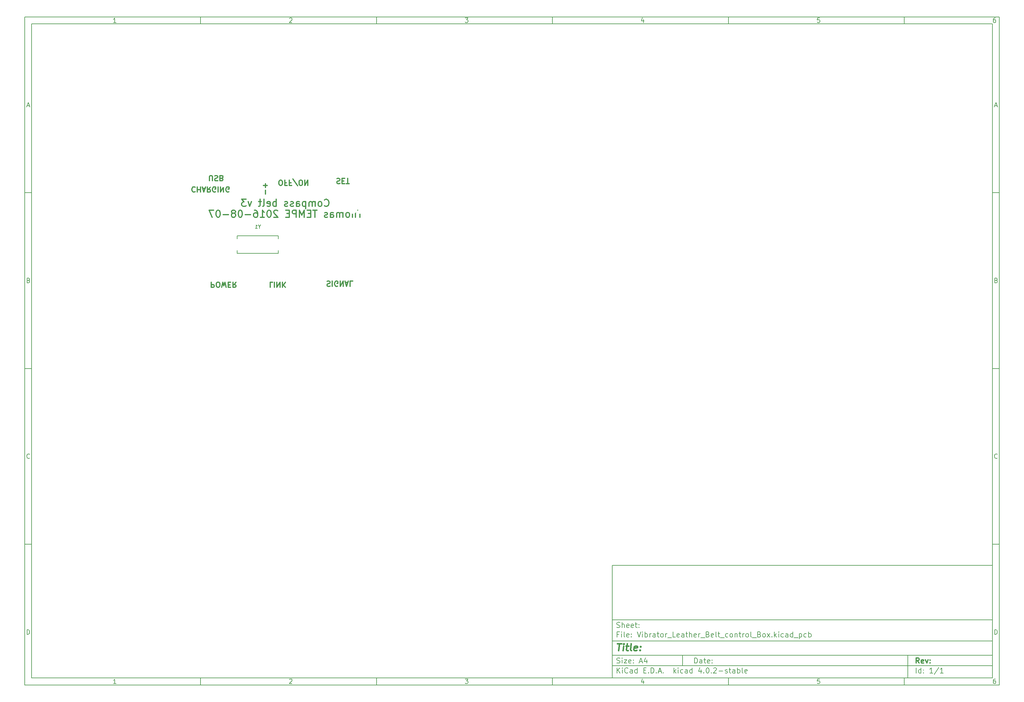
<source format=gbo>
G04 #@! TF.FileFunction,Legend,Bot*
%FSLAX46Y46*%
G04 Gerber Fmt 4.6, Leading zero omitted, Abs format (unit mm)*
G04 Created by KiCad (PCBNEW 4.0.2-stable) date 2016 October 13, Thursday 23:14:49*
%MOMM*%
G01*
G04 APERTURE LIST*
%ADD10C,0.100000*%
%ADD11C,0.150000*%
%ADD12C,0.300000*%
%ADD13C,0.400000*%
%ADD14O,1.450000X2.200000*%
%ADD15C,1.050000*%
%ADD16C,1.924000*%
%ADD17C,2.600000*%
%ADD18R,2.127200X2.127200*%
%ADD19O,2.127200X2.127200*%
%ADD20C,1.100000*%
%ADD21C,1.200000*%
%ADD22R,6.000700X2.500580*%
G04 APERTURE END LIST*
D10*
D11*
X177002200Y-166007200D02*
X177002200Y-198007200D01*
X285002200Y-198007200D01*
X285002200Y-166007200D01*
X177002200Y-166007200D01*
D10*
D11*
X10000000Y-10000000D02*
X10000000Y-200007200D01*
X287002200Y-200007200D01*
X287002200Y-10000000D01*
X10000000Y-10000000D01*
D10*
D11*
X12000000Y-12000000D02*
X12000000Y-198007200D01*
X285002200Y-198007200D01*
X285002200Y-12000000D01*
X12000000Y-12000000D01*
D10*
D11*
X60000000Y-12000000D02*
X60000000Y-10000000D01*
D10*
D11*
X110000000Y-12000000D02*
X110000000Y-10000000D01*
D10*
D11*
X160000000Y-12000000D02*
X160000000Y-10000000D01*
D10*
D11*
X210000000Y-12000000D02*
X210000000Y-10000000D01*
D10*
D11*
X260000000Y-12000000D02*
X260000000Y-10000000D01*
D10*
D11*
X35990476Y-11588095D02*
X35247619Y-11588095D01*
X35619048Y-11588095D02*
X35619048Y-10288095D01*
X35495238Y-10473810D01*
X35371429Y-10597619D01*
X35247619Y-10659524D01*
D10*
D11*
X85247619Y-10411905D02*
X85309524Y-10350000D01*
X85433333Y-10288095D01*
X85742857Y-10288095D01*
X85866667Y-10350000D01*
X85928571Y-10411905D01*
X85990476Y-10535714D01*
X85990476Y-10659524D01*
X85928571Y-10845238D01*
X85185714Y-11588095D01*
X85990476Y-11588095D01*
D10*
D11*
X135185714Y-10288095D02*
X135990476Y-10288095D01*
X135557143Y-10783333D01*
X135742857Y-10783333D01*
X135866667Y-10845238D01*
X135928571Y-10907143D01*
X135990476Y-11030952D01*
X135990476Y-11340476D01*
X135928571Y-11464286D01*
X135866667Y-11526190D01*
X135742857Y-11588095D01*
X135371429Y-11588095D01*
X135247619Y-11526190D01*
X135185714Y-11464286D01*
D10*
D11*
X185866667Y-10721429D02*
X185866667Y-11588095D01*
X185557143Y-10226190D02*
X185247619Y-11154762D01*
X186052381Y-11154762D01*
D10*
D11*
X235928571Y-10288095D02*
X235309524Y-10288095D01*
X235247619Y-10907143D01*
X235309524Y-10845238D01*
X235433333Y-10783333D01*
X235742857Y-10783333D01*
X235866667Y-10845238D01*
X235928571Y-10907143D01*
X235990476Y-11030952D01*
X235990476Y-11340476D01*
X235928571Y-11464286D01*
X235866667Y-11526190D01*
X235742857Y-11588095D01*
X235433333Y-11588095D01*
X235309524Y-11526190D01*
X235247619Y-11464286D01*
D10*
D11*
X285866667Y-10288095D02*
X285619048Y-10288095D01*
X285495238Y-10350000D01*
X285433333Y-10411905D01*
X285309524Y-10597619D01*
X285247619Y-10845238D01*
X285247619Y-11340476D01*
X285309524Y-11464286D01*
X285371429Y-11526190D01*
X285495238Y-11588095D01*
X285742857Y-11588095D01*
X285866667Y-11526190D01*
X285928571Y-11464286D01*
X285990476Y-11340476D01*
X285990476Y-11030952D01*
X285928571Y-10907143D01*
X285866667Y-10845238D01*
X285742857Y-10783333D01*
X285495238Y-10783333D01*
X285371429Y-10845238D01*
X285309524Y-10907143D01*
X285247619Y-11030952D01*
D10*
D11*
X60000000Y-198007200D02*
X60000000Y-200007200D01*
D10*
D11*
X110000000Y-198007200D02*
X110000000Y-200007200D01*
D10*
D11*
X160000000Y-198007200D02*
X160000000Y-200007200D01*
D10*
D11*
X210000000Y-198007200D02*
X210000000Y-200007200D01*
D10*
D11*
X260000000Y-198007200D02*
X260000000Y-200007200D01*
D10*
D11*
X35990476Y-199595295D02*
X35247619Y-199595295D01*
X35619048Y-199595295D02*
X35619048Y-198295295D01*
X35495238Y-198481010D01*
X35371429Y-198604819D01*
X35247619Y-198666724D01*
D10*
D11*
X85247619Y-198419105D02*
X85309524Y-198357200D01*
X85433333Y-198295295D01*
X85742857Y-198295295D01*
X85866667Y-198357200D01*
X85928571Y-198419105D01*
X85990476Y-198542914D01*
X85990476Y-198666724D01*
X85928571Y-198852438D01*
X85185714Y-199595295D01*
X85990476Y-199595295D01*
D10*
D11*
X135185714Y-198295295D02*
X135990476Y-198295295D01*
X135557143Y-198790533D01*
X135742857Y-198790533D01*
X135866667Y-198852438D01*
X135928571Y-198914343D01*
X135990476Y-199038152D01*
X135990476Y-199347676D01*
X135928571Y-199471486D01*
X135866667Y-199533390D01*
X135742857Y-199595295D01*
X135371429Y-199595295D01*
X135247619Y-199533390D01*
X135185714Y-199471486D01*
D10*
D11*
X185866667Y-198728629D02*
X185866667Y-199595295D01*
X185557143Y-198233390D02*
X185247619Y-199161962D01*
X186052381Y-199161962D01*
D10*
D11*
X235928571Y-198295295D02*
X235309524Y-198295295D01*
X235247619Y-198914343D01*
X235309524Y-198852438D01*
X235433333Y-198790533D01*
X235742857Y-198790533D01*
X235866667Y-198852438D01*
X235928571Y-198914343D01*
X235990476Y-199038152D01*
X235990476Y-199347676D01*
X235928571Y-199471486D01*
X235866667Y-199533390D01*
X235742857Y-199595295D01*
X235433333Y-199595295D01*
X235309524Y-199533390D01*
X235247619Y-199471486D01*
D10*
D11*
X285866667Y-198295295D02*
X285619048Y-198295295D01*
X285495238Y-198357200D01*
X285433333Y-198419105D01*
X285309524Y-198604819D01*
X285247619Y-198852438D01*
X285247619Y-199347676D01*
X285309524Y-199471486D01*
X285371429Y-199533390D01*
X285495238Y-199595295D01*
X285742857Y-199595295D01*
X285866667Y-199533390D01*
X285928571Y-199471486D01*
X285990476Y-199347676D01*
X285990476Y-199038152D01*
X285928571Y-198914343D01*
X285866667Y-198852438D01*
X285742857Y-198790533D01*
X285495238Y-198790533D01*
X285371429Y-198852438D01*
X285309524Y-198914343D01*
X285247619Y-199038152D01*
D10*
D11*
X10000000Y-60000000D02*
X12000000Y-60000000D01*
D10*
D11*
X10000000Y-110000000D02*
X12000000Y-110000000D01*
D10*
D11*
X10000000Y-160000000D02*
X12000000Y-160000000D01*
D10*
D11*
X10690476Y-35216667D02*
X11309524Y-35216667D01*
X10566667Y-35588095D02*
X11000000Y-34288095D01*
X11433333Y-35588095D01*
D10*
D11*
X11092857Y-84907143D02*
X11278571Y-84969048D01*
X11340476Y-85030952D01*
X11402381Y-85154762D01*
X11402381Y-85340476D01*
X11340476Y-85464286D01*
X11278571Y-85526190D01*
X11154762Y-85588095D01*
X10659524Y-85588095D01*
X10659524Y-84288095D01*
X11092857Y-84288095D01*
X11216667Y-84350000D01*
X11278571Y-84411905D01*
X11340476Y-84535714D01*
X11340476Y-84659524D01*
X11278571Y-84783333D01*
X11216667Y-84845238D01*
X11092857Y-84907143D01*
X10659524Y-84907143D01*
D10*
D11*
X11402381Y-135464286D02*
X11340476Y-135526190D01*
X11154762Y-135588095D01*
X11030952Y-135588095D01*
X10845238Y-135526190D01*
X10721429Y-135402381D01*
X10659524Y-135278571D01*
X10597619Y-135030952D01*
X10597619Y-134845238D01*
X10659524Y-134597619D01*
X10721429Y-134473810D01*
X10845238Y-134350000D01*
X11030952Y-134288095D01*
X11154762Y-134288095D01*
X11340476Y-134350000D01*
X11402381Y-134411905D01*
D10*
D11*
X10659524Y-185588095D02*
X10659524Y-184288095D01*
X10969048Y-184288095D01*
X11154762Y-184350000D01*
X11278571Y-184473810D01*
X11340476Y-184597619D01*
X11402381Y-184845238D01*
X11402381Y-185030952D01*
X11340476Y-185278571D01*
X11278571Y-185402381D01*
X11154762Y-185526190D01*
X10969048Y-185588095D01*
X10659524Y-185588095D01*
D10*
D11*
X287002200Y-60000000D02*
X285002200Y-60000000D01*
D10*
D11*
X287002200Y-110000000D02*
X285002200Y-110000000D01*
D10*
D11*
X287002200Y-160000000D02*
X285002200Y-160000000D01*
D10*
D11*
X285692676Y-35216667D02*
X286311724Y-35216667D01*
X285568867Y-35588095D02*
X286002200Y-34288095D01*
X286435533Y-35588095D01*
D10*
D11*
X286095057Y-84907143D02*
X286280771Y-84969048D01*
X286342676Y-85030952D01*
X286404581Y-85154762D01*
X286404581Y-85340476D01*
X286342676Y-85464286D01*
X286280771Y-85526190D01*
X286156962Y-85588095D01*
X285661724Y-85588095D01*
X285661724Y-84288095D01*
X286095057Y-84288095D01*
X286218867Y-84350000D01*
X286280771Y-84411905D01*
X286342676Y-84535714D01*
X286342676Y-84659524D01*
X286280771Y-84783333D01*
X286218867Y-84845238D01*
X286095057Y-84907143D01*
X285661724Y-84907143D01*
D10*
D11*
X286404581Y-135464286D02*
X286342676Y-135526190D01*
X286156962Y-135588095D01*
X286033152Y-135588095D01*
X285847438Y-135526190D01*
X285723629Y-135402381D01*
X285661724Y-135278571D01*
X285599819Y-135030952D01*
X285599819Y-134845238D01*
X285661724Y-134597619D01*
X285723629Y-134473810D01*
X285847438Y-134350000D01*
X286033152Y-134288095D01*
X286156962Y-134288095D01*
X286342676Y-134350000D01*
X286404581Y-134411905D01*
D10*
D11*
X285661724Y-185588095D02*
X285661724Y-184288095D01*
X285971248Y-184288095D01*
X286156962Y-184350000D01*
X286280771Y-184473810D01*
X286342676Y-184597619D01*
X286404581Y-184845238D01*
X286404581Y-185030952D01*
X286342676Y-185278571D01*
X286280771Y-185402381D01*
X286156962Y-185526190D01*
X285971248Y-185588095D01*
X285661724Y-185588095D01*
D10*
D11*
X200359343Y-193785771D02*
X200359343Y-192285771D01*
X200716486Y-192285771D01*
X200930771Y-192357200D01*
X201073629Y-192500057D01*
X201145057Y-192642914D01*
X201216486Y-192928629D01*
X201216486Y-193142914D01*
X201145057Y-193428629D01*
X201073629Y-193571486D01*
X200930771Y-193714343D01*
X200716486Y-193785771D01*
X200359343Y-193785771D01*
X202502200Y-193785771D02*
X202502200Y-193000057D01*
X202430771Y-192857200D01*
X202287914Y-192785771D01*
X202002200Y-192785771D01*
X201859343Y-192857200D01*
X202502200Y-193714343D02*
X202359343Y-193785771D01*
X202002200Y-193785771D01*
X201859343Y-193714343D01*
X201787914Y-193571486D01*
X201787914Y-193428629D01*
X201859343Y-193285771D01*
X202002200Y-193214343D01*
X202359343Y-193214343D01*
X202502200Y-193142914D01*
X203002200Y-192785771D02*
X203573629Y-192785771D01*
X203216486Y-192285771D02*
X203216486Y-193571486D01*
X203287914Y-193714343D01*
X203430772Y-193785771D01*
X203573629Y-193785771D01*
X204645057Y-193714343D02*
X204502200Y-193785771D01*
X204216486Y-193785771D01*
X204073629Y-193714343D01*
X204002200Y-193571486D01*
X204002200Y-193000057D01*
X204073629Y-192857200D01*
X204216486Y-192785771D01*
X204502200Y-192785771D01*
X204645057Y-192857200D01*
X204716486Y-193000057D01*
X204716486Y-193142914D01*
X204002200Y-193285771D01*
X205359343Y-193642914D02*
X205430771Y-193714343D01*
X205359343Y-193785771D01*
X205287914Y-193714343D01*
X205359343Y-193642914D01*
X205359343Y-193785771D01*
X205359343Y-192857200D02*
X205430771Y-192928629D01*
X205359343Y-193000057D01*
X205287914Y-192928629D01*
X205359343Y-192857200D01*
X205359343Y-193000057D01*
D10*
D11*
X177002200Y-194507200D02*
X285002200Y-194507200D01*
D10*
D11*
X178359343Y-196585771D02*
X178359343Y-195085771D01*
X179216486Y-196585771D02*
X178573629Y-195728629D01*
X179216486Y-195085771D02*
X178359343Y-195942914D01*
X179859343Y-196585771D02*
X179859343Y-195585771D01*
X179859343Y-195085771D02*
X179787914Y-195157200D01*
X179859343Y-195228629D01*
X179930771Y-195157200D01*
X179859343Y-195085771D01*
X179859343Y-195228629D01*
X181430772Y-196442914D02*
X181359343Y-196514343D01*
X181145057Y-196585771D01*
X181002200Y-196585771D01*
X180787915Y-196514343D01*
X180645057Y-196371486D01*
X180573629Y-196228629D01*
X180502200Y-195942914D01*
X180502200Y-195728629D01*
X180573629Y-195442914D01*
X180645057Y-195300057D01*
X180787915Y-195157200D01*
X181002200Y-195085771D01*
X181145057Y-195085771D01*
X181359343Y-195157200D01*
X181430772Y-195228629D01*
X182716486Y-196585771D02*
X182716486Y-195800057D01*
X182645057Y-195657200D01*
X182502200Y-195585771D01*
X182216486Y-195585771D01*
X182073629Y-195657200D01*
X182716486Y-196514343D02*
X182573629Y-196585771D01*
X182216486Y-196585771D01*
X182073629Y-196514343D01*
X182002200Y-196371486D01*
X182002200Y-196228629D01*
X182073629Y-196085771D01*
X182216486Y-196014343D01*
X182573629Y-196014343D01*
X182716486Y-195942914D01*
X184073629Y-196585771D02*
X184073629Y-195085771D01*
X184073629Y-196514343D02*
X183930772Y-196585771D01*
X183645058Y-196585771D01*
X183502200Y-196514343D01*
X183430772Y-196442914D01*
X183359343Y-196300057D01*
X183359343Y-195871486D01*
X183430772Y-195728629D01*
X183502200Y-195657200D01*
X183645058Y-195585771D01*
X183930772Y-195585771D01*
X184073629Y-195657200D01*
X185930772Y-195800057D02*
X186430772Y-195800057D01*
X186645058Y-196585771D02*
X185930772Y-196585771D01*
X185930772Y-195085771D01*
X186645058Y-195085771D01*
X187287915Y-196442914D02*
X187359343Y-196514343D01*
X187287915Y-196585771D01*
X187216486Y-196514343D01*
X187287915Y-196442914D01*
X187287915Y-196585771D01*
X188002201Y-196585771D02*
X188002201Y-195085771D01*
X188359344Y-195085771D01*
X188573629Y-195157200D01*
X188716487Y-195300057D01*
X188787915Y-195442914D01*
X188859344Y-195728629D01*
X188859344Y-195942914D01*
X188787915Y-196228629D01*
X188716487Y-196371486D01*
X188573629Y-196514343D01*
X188359344Y-196585771D01*
X188002201Y-196585771D01*
X189502201Y-196442914D02*
X189573629Y-196514343D01*
X189502201Y-196585771D01*
X189430772Y-196514343D01*
X189502201Y-196442914D01*
X189502201Y-196585771D01*
X190145058Y-196157200D02*
X190859344Y-196157200D01*
X190002201Y-196585771D02*
X190502201Y-195085771D01*
X191002201Y-196585771D01*
X191502201Y-196442914D02*
X191573629Y-196514343D01*
X191502201Y-196585771D01*
X191430772Y-196514343D01*
X191502201Y-196442914D01*
X191502201Y-196585771D01*
X194502201Y-196585771D02*
X194502201Y-195085771D01*
X194645058Y-196014343D02*
X195073629Y-196585771D01*
X195073629Y-195585771D02*
X194502201Y-196157200D01*
X195716487Y-196585771D02*
X195716487Y-195585771D01*
X195716487Y-195085771D02*
X195645058Y-195157200D01*
X195716487Y-195228629D01*
X195787915Y-195157200D01*
X195716487Y-195085771D01*
X195716487Y-195228629D01*
X197073630Y-196514343D02*
X196930773Y-196585771D01*
X196645059Y-196585771D01*
X196502201Y-196514343D01*
X196430773Y-196442914D01*
X196359344Y-196300057D01*
X196359344Y-195871486D01*
X196430773Y-195728629D01*
X196502201Y-195657200D01*
X196645059Y-195585771D01*
X196930773Y-195585771D01*
X197073630Y-195657200D01*
X198359344Y-196585771D02*
X198359344Y-195800057D01*
X198287915Y-195657200D01*
X198145058Y-195585771D01*
X197859344Y-195585771D01*
X197716487Y-195657200D01*
X198359344Y-196514343D02*
X198216487Y-196585771D01*
X197859344Y-196585771D01*
X197716487Y-196514343D01*
X197645058Y-196371486D01*
X197645058Y-196228629D01*
X197716487Y-196085771D01*
X197859344Y-196014343D01*
X198216487Y-196014343D01*
X198359344Y-195942914D01*
X199716487Y-196585771D02*
X199716487Y-195085771D01*
X199716487Y-196514343D02*
X199573630Y-196585771D01*
X199287916Y-196585771D01*
X199145058Y-196514343D01*
X199073630Y-196442914D01*
X199002201Y-196300057D01*
X199002201Y-195871486D01*
X199073630Y-195728629D01*
X199145058Y-195657200D01*
X199287916Y-195585771D01*
X199573630Y-195585771D01*
X199716487Y-195657200D01*
X202216487Y-195585771D02*
X202216487Y-196585771D01*
X201859344Y-195014343D02*
X201502201Y-196085771D01*
X202430773Y-196085771D01*
X203002201Y-196442914D02*
X203073629Y-196514343D01*
X203002201Y-196585771D01*
X202930772Y-196514343D01*
X203002201Y-196442914D01*
X203002201Y-196585771D01*
X204002201Y-195085771D02*
X204145058Y-195085771D01*
X204287915Y-195157200D01*
X204359344Y-195228629D01*
X204430773Y-195371486D01*
X204502201Y-195657200D01*
X204502201Y-196014343D01*
X204430773Y-196300057D01*
X204359344Y-196442914D01*
X204287915Y-196514343D01*
X204145058Y-196585771D01*
X204002201Y-196585771D01*
X203859344Y-196514343D01*
X203787915Y-196442914D01*
X203716487Y-196300057D01*
X203645058Y-196014343D01*
X203645058Y-195657200D01*
X203716487Y-195371486D01*
X203787915Y-195228629D01*
X203859344Y-195157200D01*
X204002201Y-195085771D01*
X205145058Y-196442914D02*
X205216486Y-196514343D01*
X205145058Y-196585771D01*
X205073629Y-196514343D01*
X205145058Y-196442914D01*
X205145058Y-196585771D01*
X205787915Y-195228629D02*
X205859344Y-195157200D01*
X206002201Y-195085771D01*
X206359344Y-195085771D01*
X206502201Y-195157200D01*
X206573630Y-195228629D01*
X206645058Y-195371486D01*
X206645058Y-195514343D01*
X206573630Y-195728629D01*
X205716487Y-196585771D01*
X206645058Y-196585771D01*
X207287915Y-196014343D02*
X208430772Y-196014343D01*
X209073629Y-196514343D02*
X209216486Y-196585771D01*
X209502201Y-196585771D01*
X209645058Y-196514343D01*
X209716486Y-196371486D01*
X209716486Y-196300057D01*
X209645058Y-196157200D01*
X209502201Y-196085771D01*
X209287915Y-196085771D01*
X209145058Y-196014343D01*
X209073629Y-195871486D01*
X209073629Y-195800057D01*
X209145058Y-195657200D01*
X209287915Y-195585771D01*
X209502201Y-195585771D01*
X209645058Y-195657200D01*
X210145058Y-195585771D02*
X210716487Y-195585771D01*
X210359344Y-195085771D02*
X210359344Y-196371486D01*
X210430772Y-196514343D01*
X210573630Y-196585771D01*
X210716487Y-196585771D01*
X211859344Y-196585771D02*
X211859344Y-195800057D01*
X211787915Y-195657200D01*
X211645058Y-195585771D01*
X211359344Y-195585771D01*
X211216487Y-195657200D01*
X211859344Y-196514343D02*
X211716487Y-196585771D01*
X211359344Y-196585771D01*
X211216487Y-196514343D01*
X211145058Y-196371486D01*
X211145058Y-196228629D01*
X211216487Y-196085771D01*
X211359344Y-196014343D01*
X211716487Y-196014343D01*
X211859344Y-195942914D01*
X212573630Y-196585771D02*
X212573630Y-195085771D01*
X212573630Y-195657200D02*
X212716487Y-195585771D01*
X213002201Y-195585771D01*
X213145058Y-195657200D01*
X213216487Y-195728629D01*
X213287916Y-195871486D01*
X213287916Y-196300057D01*
X213216487Y-196442914D01*
X213145058Y-196514343D01*
X213002201Y-196585771D01*
X212716487Y-196585771D01*
X212573630Y-196514343D01*
X214145059Y-196585771D02*
X214002201Y-196514343D01*
X213930773Y-196371486D01*
X213930773Y-195085771D01*
X215287915Y-196514343D02*
X215145058Y-196585771D01*
X214859344Y-196585771D01*
X214716487Y-196514343D01*
X214645058Y-196371486D01*
X214645058Y-195800057D01*
X214716487Y-195657200D01*
X214859344Y-195585771D01*
X215145058Y-195585771D01*
X215287915Y-195657200D01*
X215359344Y-195800057D01*
X215359344Y-195942914D01*
X214645058Y-196085771D01*
D10*
D11*
X177002200Y-191507200D02*
X285002200Y-191507200D01*
D10*
D12*
X264216486Y-193785771D02*
X263716486Y-193071486D01*
X263359343Y-193785771D02*
X263359343Y-192285771D01*
X263930771Y-192285771D01*
X264073629Y-192357200D01*
X264145057Y-192428629D01*
X264216486Y-192571486D01*
X264216486Y-192785771D01*
X264145057Y-192928629D01*
X264073629Y-193000057D01*
X263930771Y-193071486D01*
X263359343Y-193071486D01*
X265430771Y-193714343D02*
X265287914Y-193785771D01*
X265002200Y-193785771D01*
X264859343Y-193714343D01*
X264787914Y-193571486D01*
X264787914Y-193000057D01*
X264859343Y-192857200D01*
X265002200Y-192785771D01*
X265287914Y-192785771D01*
X265430771Y-192857200D01*
X265502200Y-193000057D01*
X265502200Y-193142914D01*
X264787914Y-193285771D01*
X266002200Y-192785771D02*
X266359343Y-193785771D01*
X266716485Y-192785771D01*
X267287914Y-193642914D02*
X267359342Y-193714343D01*
X267287914Y-193785771D01*
X267216485Y-193714343D01*
X267287914Y-193642914D01*
X267287914Y-193785771D01*
X267287914Y-192857200D02*
X267359342Y-192928629D01*
X267287914Y-193000057D01*
X267216485Y-192928629D01*
X267287914Y-192857200D01*
X267287914Y-193000057D01*
D10*
D11*
X178287914Y-193714343D02*
X178502200Y-193785771D01*
X178859343Y-193785771D01*
X179002200Y-193714343D01*
X179073629Y-193642914D01*
X179145057Y-193500057D01*
X179145057Y-193357200D01*
X179073629Y-193214343D01*
X179002200Y-193142914D01*
X178859343Y-193071486D01*
X178573629Y-193000057D01*
X178430771Y-192928629D01*
X178359343Y-192857200D01*
X178287914Y-192714343D01*
X178287914Y-192571486D01*
X178359343Y-192428629D01*
X178430771Y-192357200D01*
X178573629Y-192285771D01*
X178930771Y-192285771D01*
X179145057Y-192357200D01*
X179787914Y-193785771D02*
X179787914Y-192785771D01*
X179787914Y-192285771D02*
X179716485Y-192357200D01*
X179787914Y-192428629D01*
X179859342Y-192357200D01*
X179787914Y-192285771D01*
X179787914Y-192428629D01*
X180359343Y-192785771D02*
X181145057Y-192785771D01*
X180359343Y-193785771D01*
X181145057Y-193785771D01*
X182287914Y-193714343D02*
X182145057Y-193785771D01*
X181859343Y-193785771D01*
X181716486Y-193714343D01*
X181645057Y-193571486D01*
X181645057Y-193000057D01*
X181716486Y-192857200D01*
X181859343Y-192785771D01*
X182145057Y-192785771D01*
X182287914Y-192857200D01*
X182359343Y-193000057D01*
X182359343Y-193142914D01*
X181645057Y-193285771D01*
X183002200Y-193642914D02*
X183073628Y-193714343D01*
X183002200Y-193785771D01*
X182930771Y-193714343D01*
X183002200Y-193642914D01*
X183002200Y-193785771D01*
X183002200Y-192857200D02*
X183073628Y-192928629D01*
X183002200Y-193000057D01*
X182930771Y-192928629D01*
X183002200Y-192857200D01*
X183002200Y-193000057D01*
X184787914Y-193357200D02*
X185502200Y-193357200D01*
X184645057Y-193785771D02*
X185145057Y-192285771D01*
X185645057Y-193785771D01*
X186787914Y-192785771D02*
X186787914Y-193785771D01*
X186430771Y-192214343D02*
X186073628Y-193285771D01*
X187002200Y-193285771D01*
D10*
D11*
X263359343Y-196585771D02*
X263359343Y-195085771D01*
X264716486Y-196585771D02*
X264716486Y-195085771D01*
X264716486Y-196514343D02*
X264573629Y-196585771D01*
X264287915Y-196585771D01*
X264145057Y-196514343D01*
X264073629Y-196442914D01*
X264002200Y-196300057D01*
X264002200Y-195871486D01*
X264073629Y-195728629D01*
X264145057Y-195657200D01*
X264287915Y-195585771D01*
X264573629Y-195585771D01*
X264716486Y-195657200D01*
X265430772Y-196442914D02*
X265502200Y-196514343D01*
X265430772Y-196585771D01*
X265359343Y-196514343D01*
X265430772Y-196442914D01*
X265430772Y-196585771D01*
X265430772Y-195657200D02*
X265502200Y-195728629D01*
X265430772Y-195800057D01*
X265359343Y-195728629D01*
X265430772Y-195657200D01*
X265430772Y-195800057D01*
X268073629Y-196585771D02*
X267216486Y-196585771D01*
X267645058Y-196585771D02*
X267645058Y-195085771D01*
X267502201Y-195300057D01*
X267359343Y-195442914D01*
X267216486Y-195514343D01*
X269787914Y-195014343D02*
X268502200Y-196942914D01*
X271073629Y-196585771D02*
X270216486Y-196585771D01*
X270645058Y-196585771D02*
X270645058Y-195085771D01*
X270502201Y-195300057D01*
X270359343Y-195442914D01*
X270216486Y-195514343D01*
D10*
D11*
X177002200Y-187507200D02*
X285002200Y-187507200D01*
D10*
D13*
X178454581Y-188211962D02*
X179597438Y-188211962D01*
X178776010Y-190211962D02*
X179026010Y-188211962D01*
X180014105Y-190211962D02*
X180180771Y-188878629D01*
X180264105Y-188211962D02*
X180156962Y-188307200D01*
X180240295Y-188402438D01*
X180347439Y-188307200D01*
X180264105Y-188211962D01*
X180240295Y-188402438D01*
X180847438Y-188878629D02*
X181609343Y-188878629D01*
X181216486Y-188211962D02*
X181002200Y-189926248D01*
X181073630Y-190116724D01*
X181252201Y-190211962D01*
X181442677Y-190211962D01*
X182395058Y-190211962D02*
X182216487Y-190116724D01*
X182145057Y-189926248D01*
X182359343Y-188211962D01*
X183930772Y-190116724D02*
X183728391Y-190211962D01*
X183347439Y-190211962D01*
X183168867Y-190116724D01*
X183097438Y-189926248D01*
X183192676Y-189164343D01*
X183311724Y-188973867D01*
X183514105Y-188878629D01*
X183895057Y-188878629D01*
X184073629Y-188973867D01*
X184145057Y-189164343D01*
X184121248Y-189354819D01*
X183145057Y-189545295D01*
X184895057Y-190021486D02*
X184978392Y-190116724D01*
X184871248Y-190211962D01*
X184787915Y-190116724D01*
X184895057Y-190021486D01*
X184871248Y-190211962D01*
X185026010Y-188973867D02*
X185109344Y-189069105D01*
X185002200Y-189164343D01*
X184918867Y-189069105D01*
X185026010Y-188973867D01*
X185002200Y-189164343D01*
D10*
D11*
X178859343Y-185600057D02*
X178359343Y-185600057D01*
X178359343Y-186385771D02*
X178359343Y-184885771D01*
X179073629Y-184885771D01*
X179645057Y-186385771D02*
X179645057Y-185385771D01*
X179645057Y-184885771D02*
X179573628Y-184957200D01*
X179645057Y-185028629D01*
X179716485Y-184957200D01*
X179645057Y-184885771D01*
X179645057Y-185028629D01*
X180573629Y-186385771D02*
X180430771Y-186314343D01*
X180359343Y-186171486D01*
X180359343Y-184885771D01*
X181716485Y-186314343D02*
X181573628Y-186385771D01*
X181287914Y-186385771D01*
X181145057Y-186314343D01*
X181073628Y-186171486D01*
X181073628Y-185600057D01*
X181145057Y-185457200D01*
X181287914Y-185385771D01*
X181573628Y-185385771D01*
X181716485Y-185457200D01*
X181787914Y-185600057D01*
X181787914Y-185742914D01*
X181073628Y-185885771D01*
X182430771Y-186242914D02*
X182502199Y-186314343D01*
X182430771Y-186385771D01*
X182359342Y-186314343D01*
X182430771Y-186242914D01*
X182430771Y-186385771D01*
X182430771Y-185457200D02*
X182502199Y-185528629D01*
X182430771Y-185600057D01*
X182359342Y-185528629D01*
X182430771Y-185457200D01*
X182430771Y-185600057D01*
X184073628Y-184885771D02*
X184573628Y-186385771D01*
X185073628Y-184885771D01*
X185573628Y-186385771D02*
X185573628Y-185385771D01*
X185573628Y-184885771D02*
X185502199Y-184957200D01*
X185573628Y-185028629D01*
X185645056Y-184957200D01*
X185573628Y-184885771D01*
X185573628Y-185028629D01*
X186287914Y-186385771D02*
X186287914Y-184885771D01*
X186287914Y-185457200D02*
X186430771Y-185385771D01*
X186716485Y-185385771D01*
X186859342Y-185457200D01*
X186930771Y-185528629D01*
X187002200Y-185671486D01*
X187002200Y-186100057D01*
X186930771Y-186242914D01*
X186859342Y-186314343D01*
X186716485Y-186385771D01*
X186430771Y-186385771D01*
X186287914Y-186314343D01*
X187645057Y-186385771D02*
X187645057Y-185385771D01*
X187645057Y-185671486D02*
X187716485Y-185528629D01*
X187787914Y-185457200D01*
X187930771Y-185385771D01*
X188073628Y-185385771D01*
X189216485Y-186385771D02*
X189216485Y-185600057D01*
X189145056Y-185457200D01*
X189002199Y-185385771D01*
X188716485Y-185385771D01*
X188573628Y-185457200D01*
X189216485Y-186314343D02*
X189073628Y-186385771D01*
X188716485Y-186385771D01*
X188573628Y-186314343D01*
X188502199Y-186171486D01*
X188502199Y-186028629D01*
X188573628Y-185885771D01*
X188716485Y-185814343D01*
X189073628Y-185814343D01*
X189216485Y-185742914D01*
X189716485Y-185385771D02*
X190287914Y-185385771D01*
X189930771Y-184885771D02*
X189930771Y-186171486D01*
X190002199Y-186314343D01*
X190145057Y-186385771D01*
X190287914Y-186385771D01*
X191002200Y-186385771D02*
X190859342Y-186314343D01*
X190787914Y-186242914D01*
X190716485Y-186100057D01*
X190716485Y-185671486D01*
X190787914Y-185528629D01*
X190859342Y-185457200D01*
X191002200Y-185385771D01*
X191216485Y-185385771D01*
X191359342Y-185457200D01*
X191430771Y-185528629D01*
X191502200Y-185671486D01*
X191502200Y-186100057D01*
X191430771Y-186242914D01*
X191359342Y-186314343D01*
X191216485Y-186385771D01*
X191002200Y-186385771D01*
X192145057Y-186385771D02*
X192145057Y-185385771D01*
X192145057Y-185671486D02*
X192216485Y-185528629D01*
X192287914Y-185457200D01*
X192430771Y-185385771D01*
X192573628Y-185385771D01*
X192716485Y-186528629D02*
X193859342Y-186528629D01*
X194930771Y-186385771D02*
X194216485Y-186385771D01*
X194216485Y-184885771D01*
X196002199Y-186314343D02*
X195859342Y-186385771D01*
X195573628Y-186385771D01*
X195430771Y-186314343D01*
X195359342Y-186171486D01*
X195359342Y-185600057D01*
X195430771Y-185457200D01*
X195573628Y-185385771D01*
X195859342Y-185385771D01*
X196002199Y-185457200D01*
X196073628Y-185600057D01*
X196073628Y-185742914D01*
X195359342Y-185885771D01*
X197359342Y-186385771D02*
X197359342Y-185600057D01*
X197287913Y-185457200D01*
X197145056Y-185385771D01*
X196859342Y-185385771D01*
X196716485Y-185457200D01*
X197359342Y-186314343D02*
X197216485Y-186385771D01*
X196859342Y-186385771D01*
X196716485Y-186314343D01*
X196645056Y-186171486D01*
X196645056Y-186028629D01*
X196716485Y-185885771D01*
X196859342Y-185814343D01*
X197216485Y-185814343D01*
X197359342Y-185742914D01*
X197859342Y-185385771D02*
X198430771Y-185385771D01*
X198073628Y-184885771D02*
X198073628Y-186171486D01*
X198145056Y-186314343D01*
X198287914Y-186385771D01*
X198430771Y-186385771D01*
X198930771Y-186385771D02*
X198930771Y-184885771D01*
X199573628Y-186385771D02*
X199573628Y-185600057D01*
X199502199Y-185457200D01*
X199359342Y-185385771D01*
X199145057Y-185385771D01*
X199002199Y-185457200D01*
X198930771Y-185528629D01*
X200859342Y-186314343D02*
X200716485Y-186385771D01*
X200430771Y-186385771D01*
X200287914Y-186314343D01*
X200216485Y-186171486D01*
X200216485Y-185600057D01*
X200287914Y-185457200D01*
X200430771Y-185385771D01*
X200716485Y-185385771D01*
X200859342Y-185457200D01*
X200930771Y-185600057D01*
X200930771Y-185742914D01*
X200216485Y-185885771D01*
X201573628Y-186385771D02*
X201573628Y-185385771D01*
X201573628Y-185671486D02*
X201645056Y-185528629D01*
X201716485Y-185457200D01*
X201859342Y-185385771D01*
X202002199Y-185385771D01*
X202145056Y-186528629D02*
X203287913Y-186528629D01*
X204145056Y-185600057D02*
X204359342Y-185671486D01*
X204430770Y-185742914D01*
X204502199Y-185885771D01*
X204502199Y-186100057D01*
X204430770Y-186242914D01*
X204359342Y-186314343D01*
X204216484Y-186385771D01*
X203645056Y-186385771D01*
X203645056Y-184885771D01*
X204145056Y-184885771D01*
X204287913Y-184957200D01*
X204359342Y-185028629D01*
X204430770Y-185171486D01*
X204430770Y-185314343D01*
X204359342Y-185457200D01*
X204287913Y-185528629D01*
X204145056Y-185600057D01*
X203645056Y-185600057D01*
X205716484Y-186314343D02*
X205573627Y-186385771D01*
X205287913Y-186385771D01*
X205145056Y-186314343D01*
X205073627Y-186171486D01*
X205073627Y-185600057D01*
X205145056Y-185457200D01*
X205287913Y-185385771D01*
X205573627Y-185385771D01*
X205716484Y-185457200D01*
X205787913Y-185600057D01*
X205787913Y-185742914D01*
X205073627Y-185885771D01*
X206645056Y-186385771D02*
X206502198Y-186314343D01*
X206430770Y-186171486D01*
X206430770Y-184885771D01*
X207002198Y-185385771D02*
X207573627Y-185385771D01*
X207216484Y-184885771D02*
X207216484Y-186171486D01*
X207287912Y-186314343D01*
X207430770Y-186385771D01*
X207573627Y-186385771D01*
X207716484Y-186528629D02*
X208859341Y-186528629D01*
X209859341Y-186314343D02*
X209716484Y-186385771D01*
X209430770Y-186385771D01*
X209287912Y-186314343D01*
X209216484Y-186242914D01*
X209145055Y-186100057D01*
X209145055Y-185671486D01*
X209216484Y-185528629D01*
X209287912Y-185457200D01*
X209430770Y-185385771D01*
X209716484Y-185385771D01*
X209859341Y-185457200D01*
X210716484Y-186385771D02*
X210573626Y-186314343D01*
X210502198Y-186242914D01*
X210430769Y-186100057D01*
X210430769Y-185671486D01*
X210502198Y-185528629D01*
X210573626Y-185457200D01*
X210716484Y-185385771D01*
X210930769Y-185385771D01*
X211073626Y-185457200D01*
X211145055Y-185528629D01*
X211216484Y-185671486D01*
X211216484Y-186100057D01*
X211145055Y-186242914D01*
X211073626Y-186314343D01*
X210930769Y-186385771D01*
X210716484Y-186385771D01*
X211859341Y-185385771D02*
X211859341Y-186385771D01*
X211859341Y-185528629D02*
X211930769Y-185457200D01*
X212073627Y-185385771D01*
X212287912Y-185385771D01*
X212430769Y-185457200D01*
X212502198Y-185600057D01*
X212502198Y-186385771D01*
X213002198Y-185385771D02*
X213573627Y-185385771D01*
X213216484Y-184885771D02*
X213216484Y-186171486D01*
X213287912Y-186314343D01*
X213430770Y-186385771D01*
X213573627Y-186385771D01*
X214073627Y-186385771D02*
X214073627Y-185385771D01*
X214073627Y-185671486D02*
X214145055Y-185528629D01*
X214216484Y-185457200D01*
X214359341Y-185385771D01*
X214502198Y-185385771D01*
X215216484Y-186385771D02*
X215073626Y-186314343D01*
X215002198Y-186242914D01*
X214930769Y-186100057D01*
X214930769Y-185671486D01*
X215002198Y-185528629D01*
X215073626Y-185457200D01*
X215216484Y-185385771D01*
X215430769Y-185385771D01*
X215573626Y-185457200D01*
X215645055Y-185528629D01*
X215716484Y-185671486D01*
X215716484Y-186100057D01*
X215645055Y-186242914D01*
X215573626Y-186314343D01*
X215430769Y-186385771D01*
X215216484Y-186385771D01*
X216573627Y-186385771D02*
X216430769Y-186314343D01*
X216359341Y-186171486D01*
X216359341Y-184885771D01*
X216787912Y-186528629D02*
X217930769Y-186528629D01*
X218787912Y-185600057D02*
X219002198Y-185671486D01*
X219073626Y-185742914D01*
X219145055Y-185885771D01*
X219145055Y-186100057D01*
X219073626Y-186242914D01*
X219002198Y-186314343D01*
X218859340Y-186385771D01*
X218287912Y-186385771D01*
X218287912Y-184885771D01*
X218787912Y-184885771D01*
X218930769Y-184957200D01*
X219002198Y-185028629D01*
X219073626Y-185171486D01*
X219073626Y-185314343D01*
X219002198Y-185457200D01*
X218930769Y-185528629D01*
X218787912Y-185600057D01*
X218287912Y-185600057D01*
X220002198Y-186385771D02*
X219859340Y-186314343D01*
X219787912Y-186242914D01*
X219716483Y-186100057D01*
X219716483Y-185671486D01*
X219787912Y-185528629D01*
X219859340Y-185457200D01*
X220002198Y-185385771D01*
X220216483Y-185385771D01*
X220359340Y-185457200D01*
X220430769Y-185528629D01*
X220502198Y-185671486D01*
X220502198Y-186100057D01*
X220430769Y-186242914D01*
X220359340Y-186314343D01*
X220216483Y-186385771D01*
X220002198Y-186385771D01*
X221002198Y-186385771D02*
X221787912Y-185385771D01*
X221002198Y-185385771D02*
X221787912Y-186385771D01*
X222359341Y-186242914D02*
X222430769Y-186314343D01*
X222359341Y-186385771D01*
X222287912Y-186314343D01*
X222359341Y-186242914D01*
X222359341Y-186385771D01*
X223073627Y-186385771D02*
X223073627Y-184885771D01*
X223216484Y-185814343D02*
X223645055Y-186385771D01*
X223645055Y-185385771D02*
X223073627Y-185957200D01*
X224287913Y-186385771D02*
X224287913Y-185385771D01*
X224287913Y-184885771D02*
X224216484Y-184957200D01*
X224287913Y-185028629D01*
X224359341Y-184957200D01*
X224287913Y-184885771D01*
X224287913Y-185028629D01*
X225645056Y-186314343D02*
X225502199Y-186385771D01*
X225216485Y-186385771D01*
X225073627Y-186314343D01*
X225002199Y-186242914D01*
X224930770Y-186100057D01*
X224930770Y-185671486D01*
X225002199Y-185528629D01*
X225073627Y-185457200D01*
X225216485Y-185385771D01*
X225502199Y-185385771D01*
X225645056Y-185457200D01*
X226930770Y-186385771D02*
X226930770Y-185600057D01*
X226859341Y-185457200D01*
X226716484Y-185385771D01*
X226430770Y-185385771D01*
X226287913Y-185457200D01*
X226930770Y-186314343D02*
X226787913Y-186385771D01*
X226430770Y-186385771D01*
X226287913Y-186314343D01*
X226216484Y-186171486D01*
X226216484Y-186028629D01*
X226287913Y-185885771D01*
X226430770Y-185814343D01*
X226787913Y-185814343D01*
X226930770Y-185742914D01*
X228287913Y-186385771D02*
X228287913Y-184885771D01*
X228287913Y-186314343D02*
X228145056Y-186385771D01*
X227859342Y-186385771D01*
X227716484Y-186314343D01*
X227645056Y-186242914D01*
X227573627Y-186100057D01*
X227573627Y-185671486D01*
X227645056Y-185528629D01*
X227716484Y-185457200D01*
X227859342Y-185385771D01*
X228145056Y-185385771D01*
X228287913Y-185457200D01*
X228645056Y-186528629D02*
X229787913Y-186528629D01*
X230145056Y-185385771D02*
X230145056Y-186885771D01*
X230145056Y-185457200D02*
X230287913Y-185385771D01*
X230573627Y-185385771D01*
X230716484Y-185457200D01*
X230787913Y-185528629D01*
X230859342Y-185671486D01*
X230859342Y-186100057D01*
X230787913Y-186242914D01*
X230716484Y-186314343D01*
X230573627Y-186385771D01*
X230287913Y-186385771D01*
X230145056Y-186314343D01*
X232145056Y-186314343D02*
X232002199Y-186385771D01*
X231716485Y-186385771D01*
X231573627Y-186314343D01*
X231502199Y-186242914D01*
X231430770Y-186100057D01*
X231430770Y-185671486D01*
X231502199Y-185528629D01*
X231573627Y-185457200D01*
X231716485Y-185385771D01*
X232002199Y-185385771D01*
X232145056Y-185457200D01*
X232787913Y-186385771D02*
X232787913Y-184885771D01*
X232787913Y-185457200D02*
X232930770Y-185385771D01*
X233216484Y-185385771D01*
X233359341Y-185457200D01*
X233430770Y-185528629D01*
X233502199Y-185671486D01*
X233502199Y-186100057D01*
X233430770Y-186242914D01*
X233359341Y-186314343D01*
X233216484Y-186385771D01*
X232930770Y-186385771D01*
X232787913Y-186314343D01*
D10*
D11*
X177002200Y-181507200D02*
X285002200Y-181507200D01*
D10*
D11*
X178287914Y-183614343D02*
X178502200Y-183685771D01*
X178859343Y-183685771D01*
X179002200Y-183614343D01*
X179073629Y-183542914D01*
X179145057Y-183400057D01*
X179145057Y-183257200D01*
X179073629Y-183114343D01*
X179002200Y-183042914D01*
X178859343Y-182971486D01*
X178573629Y-182900057D01*
X178430771Y-182828629D01*
X178359343Y-182757200D01*
X178287914Y-182614343D01*
X178287914Y-182471486D01*
X178359343Y-182328629D01*
X178430771Y-182257200D01*
X178573629Y-182185771D01*
X178930771Y-182185771D01*
X179145057Y-182257200D01*
X179787914Y-183685771D02*
X179787914Y-182185771D01*
X180430771Y-183685771D02*
X180430771Y-182900057D01*
X180359342Y-182757200D01*
X180216485Y-182685771D01*
X180002200Y-182685771D01*
X179859342Y-182757200D01*
X179787914Y-182828629D01*
X181716485Y-183614343D02*
X181573628Y-183685771D01*
X181287914Y-183685771D01*
X181145057Y-183614343D01*
X181073628Y-183471486D01*
X181073628Y-182900057D01*
X181145057Y-182757200D01*
X181287914Y-182685771D01*
X181573628Y-182685771D01*
X181716485Y-182757200D01*
X181787914Y-182900057D01*
X181787914Y-183042914D01*
X181073628Y-183185771D01*
X183002199Y-183614343D02*
X182859342Y-183685771D01*
X182573628Y-183685771D01*
X182430771Y-183614343D01*
X182359342Y-183471486D01*
X182359342Y-182900057D01*
X182430771Y-182757200D01*
X182573628Y-182685771D01*
X182859342Y-182685771D01*
X183002199Y-182757200D01*
X183073628Y-182900057D01*
X183073628Y-183042914D01*
X182359342Y-183185771D01*
X183502199Y-182685771D02*
X184073628Y-182685771D01*
X183716485Y-182185771D02*
X183716485Y-183471486D01*
X183787913Y-183614343D01*
X183930771Y-183685771D01*
X184073628Y-183685771D01*
X184573628Y-183542914D02*
X184645056Y-183614343D01*
X184573628Y-183685771D01*
X184502199Y-183614343D01*
X184573628Y-183542914D01*
X184573628Y-183685771D01*
X184573628Y-182757200D02*
X184645056Y-182828629D01*
X184573628Y-182900057D01*
X184502199Y-182828629D01*
X184573628Y-182757200D01*
X184573628Y-182900057D01*
D10*
D11*
X197002200Y-191507200D02*
X197002200Y-194507200D01*
D10*
D11*
X261002200Y-191507200D02*
X261002200Y-198007200D01*
D12*
X95216858Y-63680286D02*
X95312096Y-63775524D01*
X95597811Y-63870762D01*
X95788287Y-63870762D01*
X96074001Y-63775524D01*
X96264477Y-63585048D01*
X96359716Y-63394571D01*
X96454954Y-63013619D01*
X96454954Y-62727905D01*
X96359716Y-62346952D01*
X96264477Y-62156476D01*
X96074001Y-61966000D01*
X95788287Y-61870762D01*
X95597811Y-61870762D01*
X95312096Y-61966000D01*
X95216858Y-62061238D01*
X94074001Y-63870762D02*
X94264477Y-63775524D01*
X94359716Y-63680286D01*
X94454954Y-63489810D01*
X94454954Y-62918381D01*
X94359716Y-62727905D01*
X94264477Y-62632667D01*
X94074001Y-62537429D01*
X93788287Y-62537429D01*
X93597811Y-62632667D01*
X93502573Y-62727905D01*
X93407335Y-62918381D01*
X93407335Y-63489810D01*
X93502573Y-63680286D01*
X93597811Y-63775524D01*
X93788287Y-63870762D01*
X94074001Y-63870762D01*
X92550192Y-63870762D02*
X92550192Y-62537429D01*
X92550192Y-62727905D02*
X92454953Y-62632667D01*
X92264477Y-62537429D01*
X91978763Y-62537429D01*
X91788287Y-62632667D01*
X91693049Y-62823143D01*
X91693049Y-63870762D01*
X91693049Y-62823143D02*
X91597811Y-62632667D01*
X91407334Y-62537429D01*
X91121620Y-62537429D01*
X90931144Y-62632667D01*
X90835906Y-62823143D01*
X90835906Y-63870762D01*
X89883525Y-62537429D02*
X89883525Y-64537429D01*
X89883525Y-62632667D02*
X89693048Y-62537429D01*
X89312096Y-62537429D01*
X89121620Y-62632667D01*
X89026382Y-62727905D01*
X88931144Y-62918381D01*
X88931144Y-63489810D01*
X89026382Y-63680286D01*
X89121620Y-63775524D01*
X89312096Y-63870762D01*
X89693048Y-63870762D01*
X89883525Y-63775524D01*
X87216858Y-63870762D02*
X87216858Y-62823143D01*
X87312096Y-62632667D01*
X87502572Y-62537429D01*
X87883524Y-62537429D01*
X88074001Y-62632667D01*
X87216858Y-63775524D02*
X87407334Y-63870762D01*
X87883524Y-63870762D01*
X88074001Y-63775524D01*
X88169239Y-63585048D01*
X88169239Y-63394571D01*
X88074001Y-63204095D01*
X87883524Y-63108857D01*
X87407334Y-63108857D01*
X87216858Y-63013619D01*
X86359715Y-63775524D02*
X86169238Y-63870762D01*
X85788286Y-63870762D01*
X85597810Y-63775524D01*
X85502572Y-63585048D01*
X85502572Y-63489810D01*
X85597810Y-63299333D01*
X85788286Y-63204095D01*
X86074000Y-63204095D01*
X86264477Y-63108857D01*
X86359715Y-62918381D01*
X86359715Y-62823143D01*
X86264477Y-62632667D01*
X86074000Y-62537429D01*
X85788286Y-62537429D01*
X85597810Y-62632667D01*
X84740667Y-63775524D02*
X84550190Y-63870762D01*
X84169238Y-63870762D01*
X83978762Y-63775524D01*
X83883524Y-63585048D01*
X83883524Y-63489810D01*
X83978762Y-63299333D01*
X84169238Y-63204095D01*
X84454952Y-63204095D01*
X84645429Y-63108857D01*
X84740667Y-62918381D01*
X84740667Y-62823143D01*
X84645429Y-62632667D01*
X84454952Y-62537429D01*
X84169238Y-62537429D01*
X83978762Y-62632667D01*
X81502571Y-63870762D02*
X81502571Y-61870762D01*
X81502571Y-62632667D02*
X81312094Y-62537429D01*
X80931142Y-62537429D01*
X80740666Y-62632667D01*
X80645428Y-62727905D01*
X80550190Y-62918381D01*
X80550190Y-63489810D01*
X80645428Y-63680286D01*
X80740666Y-63775524D01*
X80931142Y-63870762D01*
X81312094Y-63870762D01*
X81502571Y-63775524D01*
X78931142Y-63775524D02*
X79121618Y-63870762D01*
X79502570Y-63870762D01*
X79693047Y-63775524D01*
X79788285Y-63585048D01*
X79788285Y-62823143D01*
X79693047Y-62632667D01*
X79502570Y-62537429D01*
X79121618Y-62537429D01*
X78931142Y-62632667D01*
X78835904Y-62823143D01*
X78835904Y-63013619D01*
X79788285Y-63204095D01*
X77693046Y-63870762D02*
X77883522Y-63775524D01*
X77978761Y-63585048D01*
X77978761Y-61870762D01*
X77216856Y-62537429D02*
X76454951Y-62537429D01*
X76931142Y-61870762D02*
X76931142Y-63585048D01*
X76835903Y-63775524D01*
X76645427Y-63870762D01*
X76454951Y-63870762D01*
X74454951Y-62537429D02*
X73978760Y-63870762D01*
X73502570Y-62537429D01*
X72931141Y-61870762D02*
X71693045Y-61870762D01*
X72359712Y-62632667D01*
X72073998Y-62632667D01*
X71883522Y-62727905D01*
X71788284Y-62823143D01*
X71693045Y-63013619D01*
X71693045Y-63489810D01*
X71788284Y-63680286D01*
X71883522Y-63775524D01*
X72073998Y-63870762D01*
X72645426Y-63870762D01*
X72835903Y-63775524D01*
X72931141Y-63680286D01*
X105835906Y-64970762D02*
X104693049Y-64970762D01*
X105264477Y-66970762D02*
X105264477Y-64970762D01*
X104026382Y-66970762D02*
X104026382Y-64970762D01*
X103169239Y-66970762D02*
X103169239Y-65923143D01*
X103264477Y-65732667D01*
X103454953Y-65637429D01*
X103740667Y-65637429D01*
X103931143Y-65732667D01*
X104026382Y-65827905D01*
X101931143Y-66970762D02*
X102121619Y-66875524D01*
X102216858Y-66780286D01*
X102312096Y-66589810D01*
X102312096Y-66018381D01*
X102216858Y-65827905D01*
X102121619Y-65732667D01*
X101931143Y-65637429D01*
X101645429Y-65637429D01*
X101454953Y-65732667D01*
X101359715Y-65827905D01*
X101264477Y-66018381D01*
X101264477Y-66589810D01*
X101359715Y-66780286D01*
X101454953Y-66875524D01*
X101645429Y-66970762D01*
X101931143Y-66970762D01*
X100407334Y-66970762D02*
X100407334Y-65637429D01*
X100407334Y-65827905D02*
X100312095Y-65732667D01*
X100121619Y-65637429D01*
X99835905Y-65637429D01*
X99645429Y-65732667D01*
X99550191Y-65923143D01*
X99550191Y-66970762D01*
X99550191Y-65923143D02*
X99454953Y-65732667D01*
X99264476Y-65637429D01*
X98978762Y-65637429D01*
X98788286Y-65732667D01*
X98693048Y-65923143D01*
X98693048Y-66970762D01*
X96883524Y-66970762D02*
X96883524Y-65923143D01*
X96978762Y-65732667D01*
X97169238Y-65637429D01*
X97550190Y-65637429D01*
X97740667Y-65732667D01*
X96883524Y-66875524D02*
X97074000Y-66970762D01*
X97550190Y-66970762D01*
X97740667Y-66875524D01*
X97835905Y-66685048D01*
X97835905Y-66494571D01*
X97740667Y-66304095D01*
X97550190Y-66208857D01*
X97074000Y-66208857D01*
X96883524Y-66113619D01*
X96026381Y-66875524D02*
X95835904Y-66970762D01*
X95454952Y-66970762D01*
X95264476Y-66875524D01*
X95169238Y-66685048D01*
X95169238Y-66589810D01*
X95264476Y-66399333D01*
X95454952Y-66304095D01*
X95740666Y-66304095D01*
X95931143Y-66208857D01*
X96026381Y-66018381D01*
X96026381Y-65923143D01*
X95931143Y-65732667D01*
X95740666Y-65637429D01*
X95454952Y-65637429D01*
X95264476Y-65732667D01*
X93073999Y-64970762D02*
X91931142Y-64970762D01*
X92502570Y-66970762D02*
X92502570Y-64970762D01*
X91264475Y-65923143D02*
X90597808Y-65923143D01*
X90312094Y-66970762D02*
X91264475Y-66970762D01*
X91264475Y-64970762D01*
X90312094Y-64970762D01*
X89454951Y-66970762D02*
X89454951Y-64970762D01*
X88788284Y-66399333D01*
X88121617Y-64970762D01*
X88121617Y-66970762D01*
X87169237Y-66970762D02*
X87169237Y-64970762D01*
X86407332Y-64970762D01*
X86216856Y-65066000D01*
X86121617Y-65161238D01*
X86026379Y-65351714D01*
X86026379Y-65637429D01*
X86121617Y-65827905D01*
X86216856Y-65923143D01*
X86407332Y-66018381D01*
X87169237Y-66018381D01*
X85169237Y-65923143D02*
X84502570Y-65923143D01*
X84216856Y-66970762D02*
X85169237Y-66970762D01*
X85169237Y-64970762D01*
X84216856Y-64970762D01*
X81931141Y-65161238D02*
X81835903Y-65066000D01*
X81645426Y-64970762D01*
X81169236Y-64970762D01*
X80978760Y-65066000D01*
X80883522Y-65161238D01*
X80788283Y-65351714D01*
X80788283Y-65542190D01*
X80883522Y-65827905D01*
X82026379Y-66970762D01*
X80788283Y-66970762D01*
X79550188Y-64970762D02*
X79359712Y-64970762D01*
X79169236Y-65066000D01*
X79073998Y-65161238D01*
X78978760Y-65351714D01*
X78883521Y-65732667D01*
X78883521Y-66208857D01*
X78978760Y-66589810D01*
X79073998Y-66780286D01*
X79169236Y-66875524D01*
X79359712Y-66970762D01*
X79550188Y-66970762D01*
X79740664Y-66875524D01*
X79835902Y-66780286D01*
X79931141Y-66589810D01*
X80026379Y-66208857D01*
X80026379Y-65732667D01*
X79931141Y-65351714D01*
X79835902Y-65161238D01*
X79740664Y-65066000D01*
X79550188Y-64970762D01*
X76978759Y-66970762D02*
X78121617Y-66970762D01*
X77550188Y-66970762D02*
X77550188Y-64970762D01*
X77740664Y-65256476D01*
X77931140Y-65446952D01*
X78121617Y-65542190D01*
X75264474Y-64970762D02*
X75645426Y-64970762D01*
X75835902Y-65066000D01*
X75931140Y-65161238D01*
X76121617Y-65446952D01*
X76216855Y-65827905D01*
X76216855Y-66589810D01*
X76121617Y-66780286D01*
X76026378Y-66875524D01*
X75835902Y-66970762D01*
X75454950Y-66970762D01*
X75264474Y-66875524D01*
X75169236Y-66780286D01*
X75073997Y-66589810D01*
X75073997Y-66113619D01*
X75169236Y-65923143D01*
X75264474Y-65827905D01*
X75454950Y-65732667D01*
X75835902Y-65732667D01*
X76026378Y-65827905D01*
X76121617Y-65923143D01*
X76216855Y-66113619D01*
X74216855Y-66208857D02*
X72693045Y-66208857D01*
X71359712Y-64970762D02*
X71169236Y-64970762D01*
X70978760Y-65066000D01*
X70883522Y-65161238D01*
X70788284Y-65351714D01*
X70693045Y-65732667D01*
X70693045Y-66208857D01*
X70788284Y-66589810D01*
X70883522Y-66780286D01*
X70978760Y-66875524D01*
X71169236Y-66970762D01*
X71359712Y-66970762D01*
X71550188Y-66875524D01*
X71645426Y-66780286D01*
X71740665Y-66589810D01*
X71835903Y-66208857D01*
X71835903Y-65732667D01*
X71740665Y-65351714D01*
X71645426Y-65161238D01*
X71550188Y-65066000D01*
X71359712Y-64970762D01*
X69550188Y-65827905D02*
X69740664Y-65732667D01*
X69835903Y-65637429D01*
X69931141Y-65446952D01*
X69931141Y-65351714D01*
X69835903Y-65161238D01*
X69740664Y-65066000D01*
X69550188Y-64970762D01*
X69169236Y-64970762D01*
X68978760Y-65066000D01*
X68883522Y-65161238D01*
X68788283Y-65351714D01*
X68788283Y-65446952D01*
X68883522Y-65637429D01*
X68978760Y-65732667D01*
X69169236Y-65827905D01*
X69550188Y-65827905D01*
X69740664Y-65923143D01*
X69835903Y-66018381D01*
X69931141Y-66208857D01*
X69931141Y-66589810D01*
X69835903Y-66780286D01*
X69740664Y-66875524D01*
X69550188Y-66970762D01*
X69169236Y-66970762D01*
X68978760Y-66875524D01*
X68883522Y-66780286D01*
X68788283Y-66589810D01*
X68788283Y-66208857D01*
X68883522Y-66018381D01*
X68978760Y-65923143D01*
X69169236Y-65827905D01*
X67931141Y-66208857D02*
X66407331Y-66208857D01*
X65073998Y-64970762D02*
X64883522Y-64970762D01*
X64693046Y-65066000D01*
X64597808Y-65161238D01*
X64502570Y-65351714D01*
X64407331Y-65732667D01*
X64407331Y-66208857D01*
X64502570Y-66589810D01*
X64597808Y-66780286D01*
X64693046Y-66875524D01*
X64883522Y-66970762D01*
X65073998Y-66970762D01*
X65264474Y-66875524D01*
X65359712Y-66780286D01*
X65454951Y-66589810D01*
X65550189Y-66208857D01*
X65550189Y-65732667D01*
X65454951Y-65351714D01*
X65359712Y-65161238D01*
X65264474Y-65066000D01*
X65073998Y-64970762D01*
X63740665Y-64970762D02*
X62407331Y-64970762D01*
X63264474Y-66970762D01*
X58442857Y-58464286D02*
X58371428Y-58392857D01*
X58157142Y-58321429D01*
X58014285Y-58321429D01*
X57800000Y-58392857D01*
X57657142Y-58535714D01*
X57585714Y-58678571D01*
X57514285Y-58964286D01*
X57514285Y-59178571D01*
X57585714Y-59464286D01*
X57657142Y-59607143D01*
X57800000Y-59750000D01*
X58014285Y-59821429D01*
X58157142Y-59821429D01*
X58371428Y-59750000D01*
X58442857Y-59678571D01*
X59085714Y-58321429D02*
X59085714Y-59821429D01*
X59085714Y-59107143D02*
X59942857Y-59107143D01*
X59942857Y-58321429D02*
X59942857Y-59821429D01*
X60585714Y-58750000D02*
X61300000Y-58750000D01*
X60442857Y-58321429D02*
X60942857Y-59821429D01*
X61442857Y-58321429D01*
X62800000Y-58321429D02*
X62300000Y-59035714D01*
X61942857Y-58321429D02*
X61942857Y-59821429D01*
X62514285Y-59821429D01*
X62657143Y-59750000D01*
X62728571Y-59678571D01*
X62800000Y-59535714D01*
X62800000Y-59321429D01*
X62728571Y-59178571D01*
X62657143Y-59107143D01*
X62514285Y-59035714D01*
X61942857Y-59035714D01*
X64228571Y-59750000D02*
X64085714Y-59821429D01*
X63871428Y-59821429D01*
X63657143Y-59750000D01*
X63514285Y-59607143D01*
X63442857Y-59464286D01*
X63371428Y-59178571D01*
X63371428Y-58964286D01*
X63442857Y-58678571D01*
X63514285Y-58535714D01*
X63657143Y-58392857D01*
X63871428Y-58321429D01*
X64014285Y-58321429D01*
X64228571Y-58392857D01*
X64300000Y-58464286D01*
X64300000Y-58964286D01*
X64014285Y-58964286D01*
X64942857Y-58321429D02*
X64942857Y-59821429D01*
X65657143Y-58321429D02*
X65657143Y-59821429D01*
X66514286Y-58321429D01*
X66514286Y-59821429D01*
X68014286Y-59750000D02*
X67871429Y-59821429D01*
X67657143Y-59821429D01*
X67442858Y-59750000D01*
X67300000Y-59607143D01*
X67228572Y-59464286D01*
X67157143Y-59178571D01*
X67157143Y-58964286D01*
X67228572Y-58678571D01*
X67300000Y-58535714D01*
X67442858Y-58392857D01*
X67657143Y-58321429D01*
X67800000Y-58321429D01*
X68014286Y-58392857D01*
X68085715Y-58464286D01*
X68085715Y-58964286D01*
X67800000Y-58964286D01*
X95928571Y-85192857D02*
X96142857Y-85121429D01*
X96500000Y-85121429D01*
X96642857Y-85192857D01*
X96714286Y-85264286D01*
X96785714Y-85407143D01*
X96785714Y-85550000D01*
X96714286Y-85692857D01*
X96642857Y-85764286D01*
X96500000Y-85835714D01*
X96214286Y-85907143D01*
X96071428Y-85978571D01*
X96000000Y-86050000D01*
X95928571Y-86192857D01*
X95928571Y-86335714D01*
X96000000Y-86478571D01*
X96071428Y-86550000D01*
X96214286Y-86621429D01*
X96571428Y-86621429D01*
X96785714Y-86550000D01*
X97428571Y-85121429D02*
X97428571Y-86621429D01*
X98928571Y-86550000D02*
X98785714Y-86621429D01*
X98571428Y-86621429D01*
X98357143Y-86550000D01*
X98214285Y-86407143D01*
X98142857Y-86264286D01*
X98071428Y-85978571D01*
X98071428Y-85764286D01*
X98142857Y-85478571D01*
X98214285Y-85335714D01*
X98357143Y-85192857D01*
X98571428Y-85121429D01*
X98714285Y-85121429D01*
X98928571Y-85192857D01*
X99000000Y-85264286D01*
X99000000Y-85764286D01*
X98714285Y-85764286D01*
X99642857Y-85121429D02*
X99642857Y-86621429D01*
X100500000Y-85121429D01*
X100500000Y-86621429D01*
X101142857Y-85550000D02*
X101857143Y-85550000D01*
X101000000Y-85121429D02*
X101500000Y-86621429D01*
X102000000Y-85121429D01*
X103214286Y-85121429D02*
X102500000Y-85121429D01*
X102500000Y-86621429D01*
X80471429Y-85421429D02*
X79757143Y-85421429D01*
X79757143Y-86921429D01*
X80971429Y-85421429D02*
X80971429Y-86921429D01*
X81685715Y-85421429D02*
X81685715Y-86921429D01*
X82542858Y-85421429D01*
X82542858Y-86921429D01*
X83257144Y-85421429D02*
X83257144Y-86921429D01*
X84114287Y-85421429D02*
X83471430Y-86278571D01*
X84114287Y-86921429D02*
X83257144Y-86064286D01*
X63035714Y-85421429D02*
X63035714Y-86921429D01*
X63607142Y-86921429D01*
X63750000Y-86850000D01*
X63821428Y-86778571D01*
X63892857Y-86635714D01*
X63892857Y-86421429D01*
X63821428Y-86278571D01*
X63750000Y-86207143D01*
X63607142Y-86135714D01*
X63035714Y-86135714D01*
X64821428Y-86921429D02*
X65107142Y-86921429D01*
X65250000Y-86850000D01*
X65392857Y-86707143D01*
X65464285Y-86421429D01*
X65464285Y-85921429D01*
X65392857Y-85635714D01*
X65250000Y-85492857D01*
X65107142Y-85421429D01*
X64821428Y-85421429D01*
X64678571Y-85492857D01*
X64535714Y-85635714D01*
X64464285Y-85921429D01*
X64464285Y-86421429D01*
X64535714Y-86707143D01*
X64678571Y-86850000D01*
X64821428Y-86921429D01*
X65964286Y-86921429D02*
X66321429Y-85421429D01*
X66607143Y-86492857D01*
X66892857Y-85421429D01*
X67250000Y-86921429D01*
X67821429Y-86207143D02*
X68321429Y-86207143D01*
X68535715Y-85421429D02*
X67821429Y-85421429D01*
X67821429Y-86921429D01*
X68535715Y-86921429D01*
X70035715Y-85421429D02*
X69535715Y-86135714D01*
X69178572Y-85421429D02*
X69178572Y-86921429D01*
X69750000Y-86921429D01*
X69892858Y-86850000D01*
X69964286Y-86778571D01*
X70035715Y-86635714D01*
X70035715Y-86421429D01*
X69964286Y-86278571D01*
X69892858Y-86207143D01*
X69750000Y-86135714D01*
X69178572Y-86135714D01*
X78407143Y-60400000D02*
X78407143Y-59257143D01*
X78407143Y-58542857D02*
X78407143Y-57400000D01*
X78978571Y-57971429D02*
X77835714Y-57971429D01*
X98721429Y-55992857D02*
X98935715Y-55921429D01*
X99292858Y-55921429D01*
X99435715Y-55992857D01*
X99507144Y-56064286D01*
X99578572Y-56207143D01*
X99578572Y-56350000D01*
X99507144Y-56492857D01*
X99435715Y-56564286D01*
X99292858Y-56635714D01*
X99007144Y-56707143D01*
X98864286Y-56778571D01*
X98792858Y-56850000D01*
X98721429Y-56992857D01*
X98721429Y-57135714D01*
X98792858Y-57278571D01*
X98864286Y-57350000D01*
X99007144Y-57421429D01*
X99364286Y-57421429D01*
X99578572Y-57350000D01*
X100221429Y-56707143D02*
X100721429Y-56707143D01*
X100935715Y-55921429D02*
X100221429Y-55921429D01*
X100221429Y-57421429D01*
X100935715Y-57421429D01*
X101364286Y-57421429D02*
X102221429Y-57421429D01*
X101792858Y-55921429D02*
X101792858Y-57421429D01*
X82614285Y-57921429D02*
X82899999Y-57921429D01*
X83042857Y-57850000D01*
X83185714Y-57707143D01*
X83257142Y-57421429D01*
X83257142Y-56921429D01*
X83185714Y-56635714D01*
X83042857Y-56492857D01*
X82899999Y-56421429D01*
X82614285Y-56421429D01*
X82471428Y-56492857D01*
X82328571Y-56635714D01*
X82257142Y-56921429D01*
X82257142Y-57421429D01*
X82328571Y-57707143D01*
X82471428Y-57850000D01*
X82614285Y-57921429D01*
X84400000Y-57207143D02*
X83900000Y-57207143D01*
X83900000Y-56421429D02*
X83900000Y-57921429D01*
X84614286Y-57921429D01*
X85685714Y-57207143D02*
X85185714Y-57207143D01*
X85185714Y-56421429D02*
X85185714Y-57921429D01*
X85900000Y-57921429D01*
X87542856Y-57992857D02*
X86257142Y-56064286D01*
X88328571Y-57921429D02*
X88614285Y-57921429D01*
X88757143Y-57850000D01*
X88900000Y-57707143D01*
X88971428Y-57421429D01*
X88971428Y-56921429D01*
X88900000Y-56635714D01*
X88757143Y-56492857D01*
X88614285Y-56421429D01*
X88328571Y-56421429D01*
X88185714Y-56492857D01*
X88042857Y-56635714D01*
X87971428Y-56921429D01*
X87971428Y-57421429D01*
X88042857Y-57707143D01*
X88185714Y-57850000D01*
X88328571Y-57921429D01*
X89614286Y-56421429D02*
X89614286Y-57921429D01*
X90471429Y-56421429D01*
X90471429Y-57921429D01*
X62507143Y-56621429D02*
X62507143Y-55407143D01*
X62578571Y-55264286D01*
X62650000Y-55192857D01*
X62792857Y-55121429D01*
X63078571Y-55121429D01*
X63221429Y-55192857D01*
X63292857Y-55264286D01*
X63364286Y-55407143D01*
X63364286Y-56621429D01*
X64007143Y-55192857D02*
X64221429Y-55121429D01*
X64578572Y-55121429D01*
X64721429Y-55192857D01*
X64792858Y-55264286D01*
X64864286Y-55407143D01*
X64864286Y-55550000D01*
X64792858Y-55692857D01*
X64721429Y-55764286D01*
X64578572Y-55835714D01*
X64292858Y-55907143D01*
X64150000Y-55978571D01*
X64078572Y-56050000D01*
X64007143Y-56192857D01*
X64007143Y-56335714D01*
X64078572Y-56478571D01*
X64150000Y-56550000D01*
X64292858Y-56621429D01*
X64650000Y-56621429D01*
X64864286Y-56550000D01*
X66007143Y-55907143D02*
X66221429Y-55835714D01*
X66292857Y-55764286D01*
X66364286Y-55621429D01*
X66364286Y-55407143D01*
X66292857Y-55264286D01*
X66221429Y-55192857D01*
X66078571Y-55121429D01*
X65507143Y-55121429D01*
X65507143Y-56621429D01*
X66007143Y-56621429D01*
X66150000Y-56550000D01*
X66221429Y-56478571D01*
X66292857Y-56335714D01*
X66292857Y-56192857D01*
X66221429Y-56050000D01*
X66150000Y-55978571D01*
X66007143Y-55907143D01*
X65507143Y-55907143D01*
D11*
X82099620Y-77249360D02*
X70400380Y-77249360D01*
X70400380Y-72250640D02*
X82099620Y-72250640D01*
X70400380Y-77249360D02*
X70400380Y-76401000D01*
X70400380Y-72250640D02*
X70400380Y-73099000D01*
X82099620Y-77249360D02*
X82099620Y-76401000D01*
X82099620Y-72250640D02*
X82099620Y-73099000D01*
X76726191Y-69646190D02*
X76726191Y-70122381D01*
X77059524Y-69122381D02*
X76726191Y-69646190D01*
X76392857Y-69122381D01*
X75535714Y-70122381D02*
X76107143Y-70122381D01*
X75821429Y-70122381D02*
X75821429Y-69122381D01*
X75916667Y-69265238D01*
X76011905Y-69360476D01*
X76107143Y-69408095D01*
%LPC*%
D14*
X61575000Y-55750000D03*
X67225000Y-55750000D03*
D15*
X62400000Y-57900000D03*
X66400000Y-57900000D03*
D16*
X80300000Y-57900000D03*
X80300000Y-59900000D03*
D17*
X70200000Y-59000000D03*
X86100000Y-86200000D03*
X72000000Y-86100000D03*
D18*
X105750000Y-65000000D03*
D19*
X103210000Y-65000000D03*
X105750000Y-62460000D03*
X103210000Y-62460000D03*
X105750000Y-59920000D03*
X103210000Y-59920000D03*
D20*
X84950000Y-55600000D03*
X87850000Y-55600000D03*
D21*
X99550000Y-55000000D03*
X101250000Y-55000000D03*
D17*
X105100000Y-86000000D03*
D22*
X81098860Y-74750000D03*
X71401140Y-74750000D03*
M02*

</source>
